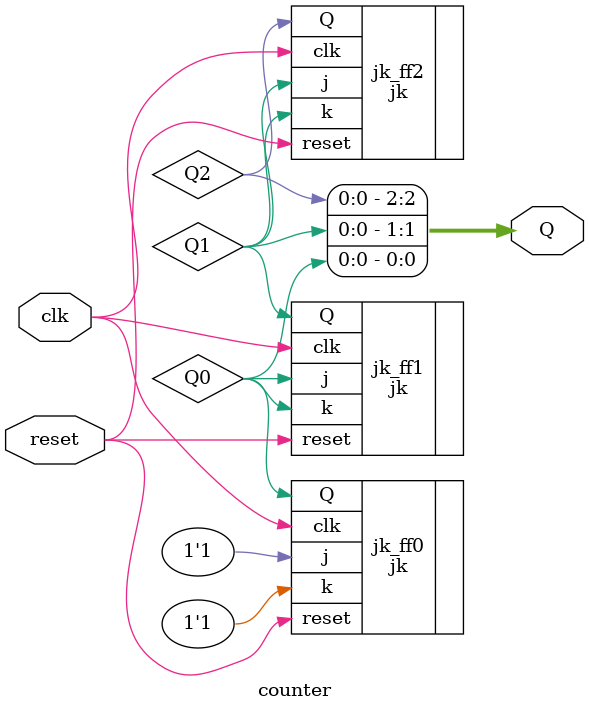
<source format=v>
`timescale 1ns / 1ps


module counter (
    input clk,
    input reset,
    output [2:0] Q  // 3-bit output for the counter
);

    wire Q0, Q1, Q2;

    jk jk_ff0 (.j(1'b1), .k(1'b1), .clk(clk), .reset(reset), .Q(Q0)); // LSB
    jk jk_ff1 (.j(Q0),  .k(Q0),  .clk(clk), .reset(reset), .Q(Q1));   // Middle bit
    jk jk_ff2 (.j(Q1),  .k(Q1),  .clk(clk), .reset(reset), .Q(Q2));   // MSB

    assign Q = {Q2, Q1, Q0};

endmodule


</source>
